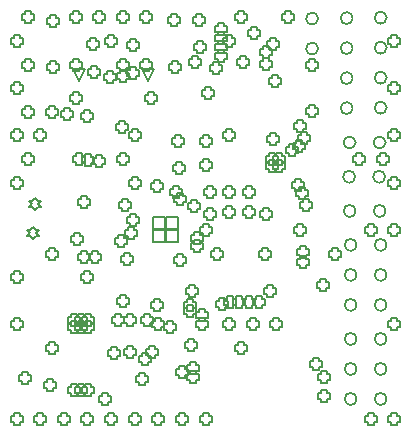
<source format=gbr>
%TF.GenerationSoftware,Altium Limited,Altium Designer,23.1.1 (15)*%
G04 Layer_Color=2752767*
%FSLAX45Y45*%
%MOMM*%
%TF.SameCoordinates,F9E8136A-E86D-4813-A5E9-63B8E08E304F*%
%TF.FilePolarity,Positive*%
%TF.FileFunction,Drawing*%
%TF.Part,Single*%
G01*
G75*
%TA.AperFunction,NonConductor*%
%ADD74C,0.12700*%
%ADD128C,0.16933*%
D74*
X9732000Y6659200D02*
X9681200Y6760800D01*
X9782800D01*
X9732000Y6659200D01*
X10310000D02*
X10259200Y6760800D01*
X10360800D01*
X10310000Y6659200D01*
X9342500Y5326700D02*
X9367900Y5352100D01*
X9393300D01*
X9367900Y5377500D01*
X9393300Y5402900D01*
X9367900D01*
X9342500Y5428300D01*
X9317100Y5402900D01*
X9291700D01*
X9317100Y5377500D01*
X9291700Y5352100D01*
X9317100D01*
X9342500Y5326700D01*
X9352500Y5569200D02*
X9377900Y5594600D01*
X9403300D01*
X9377900Y5620000D01*
X9403300Y5645400D01*
X9377900D01*
X9352500Y5670800D01*
X9327100Y5645400D01*
X9301700D01*
X9327100Y5620000D01*
X9301700Y5594600D01*
X9327100D01*
X9352500Y5569200D01*
X10639600Y4684600D02*
Y4659200D01*
X10690400D01*
Y4684600D01*
X10715800D01*
Y4735400D01*
X10690400D01*
Y4760800D01*
X10639600D01*
Y4735400D01*
X10614200D01*
Y4684600D01*
X10639600D01*
Y4742100D02*
Y4716700D01*
X10690400D01*
Y4742100D01*
X10715800D01*
Y4792900D01*
X10690400D01*
Y4818300D01*
X10639600D01*
Y4792900D01*
X10614200D01*
Y4742100D01*
X10639600D01*
X11367100Y6632100D02*
Y6606700D01*
X11417900D01*
Y6632100D01*
X11443300D01*
Y6682900D01*
X11417900D01*
Y6708300D01*
X11367100D01*
Y6682900D01*
X11341700D01*
Y6632100D01*
X11367100D01*
X10662100Y4857100D02*
Y4831700D01*
X10712900D01*
Y4857100D01*
X10738300D01*
Y4907900D01*
X10712900D01*
Y4933300D01*
X10662100D01*
Y4907900D01*
X10636700D01*
Y4857100D01*
X10662100D01*
X11229600Y4762100D02*
Y4736700D01*
X11280400D01*
Y4762100D01*
X11305800D01*
Y4812900D01*
X11280400D01*
Y4838300D01*
X11229600D01*
Y4812900D01*
X11204200D01*
Y4762100D01*
X11229600D01*
X11317100Y4854600D02*
Y4829200D01*
X11367900D01*
Y4854600D01*
X11393300D01*
Y4905400D01*
X11367900D01*
Y4930800D01*
X11317100D01*
Y4905400D01*
X11291700D01*
Y4854600D01*
X11317100D01*
X10360600Y5749600D02*
Y5724200D01*
X10411400D01*
Y5749600D01*
X10436800D01*
Y5800400D01*
X10411400D01*
Y5825800D01*
X10360600D01*
Y5800400D01*
X10335200D01*
Y5749600D01*
X10360600D01*
X9744600Y5612100D02*
Y5586700D01*
X9795400D01*
Y5612100D01*
X9820800D01*
Y5662900D01*
X9795400D01*
Y5688300D01*
X9744600D01*
Y5662900D01*
X9719200D01*
Y5612100D01*
X9744600D01*
X11144600Y4762100D02*
Y4736700D01*
X11195400D01*
Y4762100D01*
X11220800D01*
Y4812900D01*
X11195400D01*
Y4838300D01*
X11144600D01*
Y4812900D01*
X11119200D01*
Y4762100D01*
X11144600D01*
X10913317Y4747100D02*
Y4721700D01*
X10964117D01*
Y4747100D01*
X10989517D01*
Y4797900D01*
X10964117D01*
Y4823300D01*
X10913317D01*
Y4797900D01*
X10887917D01*
Y4747100D01*
X10913317D01*
X11054600Y4762100D02*
Y4736700D01*
X11105400D01*
Y4762100D01*
X11130800D01*
Y4812900D01*
X11105400D01*
Y4838300D01*
X11054600D01*
Y4812900D01*
X11029200D01*
Y4762100D01*
X11054600D01*
X10982100D02*
Y4736700D01*
X11032900D01*
Y4762100D01*
X11058300D01*
Y4812900D01*
X11032900D01*
Y4838300D01*
X10982100D01*
Y4812900D01*
X10956700D01*
Y4762100D01*
X10982100D01*
X10562512Y5117100D02*
Y5091700D01*
X10613312D01*
Y5117100D01*
X10638712D01*
Y5167900D01*
X10613312D01*
Y5193300D01*
X10562512D01*
Y5167900D01*
X10537112D01*
Y5117100D01*
X10562512D01*
X10477300Y4553200D02*
Y4527800D01*
X10528100D01*
Y4553200D01*
X10553500D01*
Y4604000D01*
X10528100D01*
Y4629400D01*
X10477300D01*
Y4604000D01*
X10451900D01*
Y4553200D01*
X10477300D01*
X11777100Y4129600D02*
Y4104200D01*
X11827900D01*
Y4129600D01*
X11853300D01*
Y4180400D01*
X11827900D01*
Y4205800D01*
X11777100D01*
Y4180400D01*
X11751700D01*
Y4129600D01*
X11777100D01*
X10134600Y4614600D02*
Y4589200D01*
X10185400D01*
Y4614600D01*
X10210800D01*
Y4665400D01*
X10185400D01*
Y4690800D01*
X10134600D01*
Y4665400D01*
X10109200D01*
Y4614600D01*
X10134600D01*
X10279600Y4612100D02*
Y4586700D01*
X10330400D01*
Y4612100D01*
X10355800D01*
Y4662900D01*
X10330400D01*
Y4688300D01*
X10279600D01*
Y4662900D01*
X10254200D01*
Y4612100D01*
X10279600D01*
X10029600Y4609600D02*
Y4584200D01*
X10080400D01*
Y4609600D01*
X10105800D01*
Y4660400D01*
X10080400D01*
Y4685800D01*
X10029600D01*
Y4660400D01*
X10004200D01*
Y4609600D01*
X10029600D01*
X10551400Y5894600D02*
Y5869200D01*
X10602200D01*
Y5894600D01*
X10627600D01*
Y5945400D01*
X10602200D01*
Y5970800D01*
X10551400D01*
Y5945400D01*
X10526000D01*
Y5894600D01*
X10551400D01*
X10782100Y5926600D02*
Y5901200D01*
X10832900D01*
Y5926600D01*
X10858300D01*
Y5977400D01*
X10832900D01*
Y6002800D01*
X10782100D01*
Y5977400D01*
X10756700D01*
Y5926600D01*
X10782100D01*
Y6124600D02*
Y6099200D01*
X10832900D01*
Y6124600D01*
X10858300D01*
Y6175400D01*
X10832900D01*
Y6200800D01*
X10782100D01*
Y6175400D01*
X10756700D01*
Y6124600D01*
X10782100D01*
X10687100Y6797100D02*
Y6771700D01*
X10737900D01*
Y6797100D01*
X10763300D01*
Y6847900D01*
X10737900D01*
Y6873300D01*
X10687100D01*
Y6847900D01*
X10661700D01*
Y6797100D01*
X10687100D01*
X10062100Y5277100D02*
Y5251700D01*
X10112900D01*
Y5277100D01*
X10138300D01*
Y5327900D01*
X10112900D01*
Y5353300D01*
X10062100D01*
Y5327900D01*
X10036700D01*
Y5277100D01*
X10062100D01*
X10092100Y5587100D02*
Y5561700D01*
X10142900D01*
Y5587100D01*
X10168300D01*
Y5637900D01*
X10142900D01*
Y5663300D01*
X10092100D01*
Y5637900D01*
X10066700D01*
Y5587100D01*
X10092100D01*
X12374607Y6974604D02*
Y6949204D01*
X12425407D01*
Y6974604D01*
X12450807D01*
Y7025404D01*
X12425407D01*
Y7050804D01*
X12374607D01*
Y7025404D01*
X12349207D01*
Y6974604D01*
X12374607D01*
Y6574604D02*
Y6549204D01*
X12425407D01*
Y6574604D01*
X12450807D01*
Y6625404D01*
X12425407D01*
Y6650804D01*
X12374607D01*
Y6625404D01*
X12349207D01*
Y6574604D01*
X12374607D01*
Y6174603D02*
Y6149203D01*
X12425407D01*
Y6174603D01*
X12450807D01*
Y6225403D01*
X12425407D01*
Y6250803D01*
X12374607D01*
Y6225403D01*
X12349207D01*
Y6174603D01*
X12374607D01*
Y5774603D02*
Y5749203D01*
X12425407D01*
Y5774603D01*
X12450807D01*
Y5825403D01*
X12425407D01*
Y5850803D01*
X12374607D01*
Y5825403D01*
X12349207D01*
Y5774603D01*
X12374607D01*
Y5374603D02*
Y5349203D01*
X12425407D01*
Y5374603D01*
X12450807D01*
Y5425403D01*
X12425407D01*
Y5450803D01*
X12374607D01*
Y5425403D01*
X12349207D01*
Y5374603D01*
X12374607D01*
Y4574602D02*
Y4549202D01*
X12425407D01*
Y4574602D01*
X12450807D01*
Y4625402D01*
X12425407D01*
Y4650802D01*
X12374607D01*
Y4625402D01*
X12349207D01*
Y4574602D01*
X12374607D01*
Y3774602D02*
Y3749202D01*
X12425407D01*
Y3774602D01*
X12450807D01*
Y3825402D01*
X12425407D01*
Y3850802D01*
X12374607D01*
Y3825402D01*
X12349207D01*
Y3774602D01*
X12374607D01*
X12274607Y5974603D02*
Y5949203D01*
X12325407D01*
Y5974603D01*
X12350807D01*
Y6025403D01*
X12325407D01*
Y6050803D01*
X12274607D01*
Y6025403D01*
X12249207D01*
Y5974603D01*
X12274607D01*
X12174607Y5374603D02*
Y5349203D01*
X12225407D01*
Y5374603D01*
X12250807D01*
Y5425403D01*
X12225407D01*
Y5450803D01*
X12174607D01*
Y5425403D01*
X12149207D01*
Y5374603D01*
X12174607D01*
Y3774602D02*
Y3749202D01*
X12225407D01*
Y3774602D01*
X12250807D01*
Y3825402D01*
X12225407D01*
Y3850802D01*
X12174607D01*
Y3825402D01*
X12149207D01*
Y3774602D01*
X12174607D01*
X12074607Y5974603D02*
Y5949203D01*
X12125407D01*
Y5974603D01*
X12150807D01*
Y6025403D01*
X12125407D01*
Y6050803D01*
X12074607D01*
Y6025403D01*
X12049207D01*
Y5974603D01*
X12074607D01*
X11874606Y5174603D02*
Y5149203D01*
X11925406D01*
Y5174603D01*
X11950806D01*
Y5225403D01*
X11925406D01*
Y5250803D01*
X11874606D01*
Y5225403D01*
X11849206D01*
Y5174603D01*
X11874606D01*
X11674606Y6774604D02*
Y6749204D01*
X11725406D01*
Y6774604D01*
X11750806D01*
Y6825404D01*
X11725406D01*
Y6850804D01*
X11674606D01*
Y6825404D01*
X11649206D01*
Y6774604D01*
X11674606D01*
X11574606Y5374603D02*
Y5349203D01*
X11625406D01*
Y5374603D01*
X11650806D01*
Y5425403D01*
X11625406D01*
Y5450803D01*
X11574606D01*
Y5425403D01*
X11549206D01*
Y5374603D01*
X11574606D01*
X11474606Y7174604D02*
Y7149204D01*
X11525406D01*
Y7174604D01*
X11550806D01*
Y7225404D01*
X11525406D01*
Y7250804D01*
X11474606D01*
Y7225404D01*
X11449206D01*
Y7174604D01*
X11474606D01*
X11374606Y4574602D02*
Y4549202D01*
X11425406D01*
Y4574602D01*
X11450806D01*
Y4625402D01*
X11425406D01*
Y4650802D01*
X11374606D01*
Y4625402D01*
X11349206D01*
Y4574602D01*
X11374606D01*
X11274606Y5174603D02*
Y5149203D01*
X11325406D01*
Y5174603D01*
X11350806D01*
Y5225403D01*
X11325406D01*
Y5250803D01*
X11274606D01*
Y5225403D01*
X11249206D01*
Y5174603D01*
X11274606D01*
X11174606Y4574602D02*
Y4549202D01*
X11225406D01*
Y4574602D01*
X11250806D01*
Y4625402D01*
X11225406D01*
Y4650802D01*
X11174606D01*
Y4625402D01*
X11149206D01*
Y4574602D01*
X11174606D01*
X11074606Y7174604D02*
Y7149204D01*
X11125406D01*
Y7174604D01*
X11150806D01*
Y7225404D01*
X11125406D01*
Y7250804D01*
X11074606D01*
Y7225404D01*
X11049206D01*
Y7174604D01*
X11074606D01*
X10974606Y6974604D02*
Y6949204D01*
X11025406D01*
Y6974604D01*
X11050806D01*
Y7025404D01*
X11025406D01*
Y7050804D01*
X10974606D01*
Y7025404D01*
X10949206D01*
Y6974604D01*
X10974606D01*
Y6174603D02*
Y6149203D01*
X11025406D01*
Y6174603D01*
X11050806D01*
Y6225403D01*
X11025406D01*
Y6250803D01*
X10974606D01*
Y6225403D01*
X10949206D01*
Y6174603D01*
X10974606D01*
Y4574602D02*
Y4549202D01*
X11025406D01*
Y4574602D01*
X11050806D01*
Y4625402D01*
X11025406D01*
Y4650802D01*
X10974606D01*
Y4625402D01*
X10949206D01*
Y4574602D01*
X10974606D01*
X11074606Y4374602D02*
Y4349202D01*
X11125406D01*
Y4374602D01*
X11150806D01*
Y4425402D01*
X11125406D01*
Y4450802D01*
X11074606D01*
Y4425402D01*
X11049206D01*
Y4374602D01*
X11074606D01*
X10774606Y5374603D02*
Y5349203D01*
X10825406D01*
Y5374603D01*
X10850806D01*
Y5425403D01*
X10825406D01*
Y5450803D01*
X10774606D01*
Y5425403D01*
X10749206D01*
Y5374603D01*
X10774606D01*
X10874606Y5174603D02*
Y5149203D01*
X10925406D01*
Y5174603D01*
X10950806D01*
Y5225403D01*
X10925406D01*
Y5250803D01*
X10874606D01*
Y5225403D01*
X10849206D01*
Y5174603D01*
X10874606D01*
X10774606Y3774602D02*
Y3749202D01*
X10825406D01*
Y3774602D01*
X10850806D01*
Y3825402D01*
X10825406D01*
Y3850802D01*
X10774606D01*
Y3825402D01*
X10749206D01*
Y3774602D01*
X10774606D01*
X10674606Y5574603D02*
Y5549203D01*
X10725406D01*
Y5574603D01*
X10750806D01*
Y5625403D01*
X10725406D01*
Y5650803D01*
X10674606D01*
Y5625403D01*
X10649206D01*
Y5574603D01*
X10674606D01*
X10574606Y4174602D02*
Y4149202D01*
X10625406D01*
Y4174602D01*
X10650806D01*
Y4225402D01*
X10625406D01*
Y4250802D01*
X10574606D01*
Y4225402D01*
X10549206D01*
Y4174602D01*
X10574606D01*
Y3774602D02*
Y3749202D01*
X10625406D01*
Y3774602D01*
X10650806D01*
Y3825402D01*
X10625406D01*
Y3850802D01*
X10574606D01*
Y3825402D01*
X10549206D01*
Y3774602D01*
X10574606D01*
X10374606Y4574602D02*
Y4549202D01*
X10425406D01*
Y4574602D01*
X10450806D01*
Y4625402D01*
X10425406D01*
Y4650802D01*
X10374606D01*
Y4625402D01*
X10349206D01*
Y4574602D01*
X10374606D01*
Y3774602D02*
Y3749202D01*
X10425406D01*
Y3774602D01*
X10450806D01*
Y3825402D01*
X10425406D01*
Y3850802D01*
X10374606D01*
Y3825402D01*
X10349206D01*
Y3774602D01*
X10374606D01*
X10274606Y7174604D02*
Y7149204D01*
X10325406D01*
Y7174604D01*
X10350806D01*
Y7225404D01*
X10325406D01*
Y7250804D01*
X10274606D01*
Y7225404D01*
X10249206D01*
Y7174604D01*
X10274606D01*
Y6774604D02*
Y6749204D01*
X10325406D01*
Y6774604D01*
X10350806D01*
Y6825404D01*
X10325406D01*
Y6850804D01*
X10274606D01*
Y6825404D01*
X10249206D01*
Y6774604D01*
X10274606D01*
X10174606Y6174603D02*
Y6149203D01*
X10225406D01*
Y6174603D01*
X10250806D01*
Y6225403D01*
X10225406D01*
Y6250803D01*
X10174606D01*
Y6225403D01*
X10149206D01*
Y6174603D01*
X10174606D01*
Y5774603D02*
Y5749203D01*
X10225406D01*
Y5774603D01*
X10250806D01*
Y5825403D01*
X10225406D01*
Y5850803D01*
X10174606D01*
Y5825403D01*
X10149206D01*
Y5774603D01*
X10174606D01*
Y3774602D02*
Y3749202D01*
X10225406D01*
Y3774602D01*
X10250806D01*
Y3825402D01*
X10225406D01*
Y3850802D01*
X10174606D01*
Y3825402D01*
X10149206D01*
Y3774602D01*
X10174606D01*
X10074605Y7174604D02*
Y7149204D01*
X10125405D01*
Y7174604D01*
X10150805D01*
Y7225404D01*
X10125405D01*
Y7250804D01*
X10074605D01*
Y7225404D01*
X10049205D01*
Y7174604D01*
X10074605D01*
X9974605Y6974604D02*
Y6949204D01*
X10025405D01*
Y6974604D01*
X10050805D01*
Y7025404D01*
X10025405D01*
Y7050804D01*
X9974605D01*
Y7025404D01*
X9949205D01*
Y6974604D01*
X9974605D01*
X10074605Y6774604D02*
Y6749204D01*
X10125405D01*
Y6774604D01*
X10150805D01*
Y6825404D01*
X10125405D01*
Y6850804D01*
X10074605D01*
Y6825404D01*
X10049205D01*
Y6774604D01*
X10074605D01*
Y5974603D02*
Y5949203D01*
X10125405D01*
Y5974603D01*
X10150805D01*
Y6025403D01*
X10125405D01*
Y6050803D01*
X10074605D01*
Y6025403D01*
X10049205D01*
Y5974603D01*
X10074605D01*
Y4774603D02*
Y4749203D01*
X10125405D01*
Y4774603D01*
X10150805D01*
Y4825403D01*
X10125405D01*
Y4850803D01*
X10074605D01*
Y4825403D01*
X10049205D01*
Y4774603D01*
X10074605D01*
X9974605Y3774602D02*
Y3749202D01*
X10025405D01*
Y3774602D01*
X10050805D01*
Y3825402D01*
X10025405D01*
Y3850802D01*
X9974605D01*
Y3825402D01*
X9949205D01*
Y3774602D01*
X9974605D01*
X9874605Y7174604D02*
Y7149204D01*
X9925405D01*
Y7174604D01*
X9950805D01*
Y7225404D01*
X9925405D01*
Y7250804D01*
X9874605D01*
Y7225404D01*
X9849205D01*
Y7174604D01*
X9874605D01*
X9774605Y4974603D02*
Y4949203D01*
X9825405D01*
Y4974603D01*
X9850805D01*
Y5025403D01*
X9825405D01*
Y5050803D01*
X9774605D01*
Y5025403D01*
X9749205D01*
Y4974603D01*
X9774605D01*
Y3774602D02*
Y3749202D01*
X9825405D01*
Y3774602D01*
X9850805D01*
Y3825402D01*
X9825405D01*
Y3850802D01*
X9774605D01*
Y3825402D01*
X9749205D01*
Y3774602D01*
X9774605D01*
X9674605Y7174604D02*
Y7149204D01*
X9725405D01*
Y7174604D01*
X9750805D01*
Y7225404D01*
X9725405D01*
Y7250804D01*
X9674605D01*
Y7225404D01*
X9649205D01*
Y7174604D01*
X9674605D01*
Y6774604D02*
Y6749204D01*
X9725405D01*
Y6774604D01*
X9750805D01*
Y6825404D01*
X9725405D01*
Y6850804D01*
X9674605D01*
Y6825404D01*
X9649205D01*
Y6774604D01*
X9674605D01*
X9574605Y3774602D02*
Y3749202D01*
X9625405D01*
Y3774602D01*
X9650805D01*
Y3825402D01*
X9625405D01*
Y3850802D01*
X9574605D01*
Y3825402D01*
X9549205D01*
Y3774602D01*
X9574605D01*
X9474605Y6374603D02*
Y6349203D01*
X9525405D01*
Y6374603D01*
X9550805D01*
Y6425403D01*
X9525405D01*
Y6450803D01*
X9474605D01*
Y6425403D01*
X9449205D01*
Y6374603D01*
X9474605D01*
X9374605Y6174603D02*
Y6149203D01*
X9425405D01*
Y6174603D01*
X9450805D01*
Y6225403D01*
X9425405D01*
Y6250803D01*
X9374605D01*
Y6225403D01*
X9349205D01*
Y6174603D01*
X9374605D01*
X9474605Y5174603D02*
Y5149203D01*
X9525405D01*
Y5174603D01*
X9550805D01*
Y5225403D01*
X9525405D01*
Y5250803D01*
X9474605D01*
Y5225403D01*
X9449205D01*
Y5174603D01*
X9474605D01*
Y4374602D02*
Y4349202D01*
X9525405D01*
Y4374602D01*
X9550805D01*
Y4425402D01*
X9525405D01*
Y4450802D01*
X9474605D01*
Y4425402D01*
X9449205D01*
Y4374602D01*
X9474605D01*
X9374605Y3774602D02*
Y3749202D01*
X9425405D01*
Y3774602D01*
X9450805D01*
Y3825402D01*
X9425405D01*
Y3850802D01*
X9374605D01*
Y3825402D01*
X9349205D01*
Y3774602D01*
X9374605D01*
X9274605Y7174604D02*
Y7149204D01*
X9325405D01*
Y7174604D01*
X9350805D01*
Y7225404D01*
X9325405D01*
Y7250804D01*
X9274605D01*
Y7225404D01*
X9249205D01*
Y7174604D01*
X9274605D01*
X9174605Y6974604D02*
Y6949204D01*
X9225405D01*
Y6974604D01*
X9250805D01*
Y7025404D01*
X9225405D01*
Y7050804D01*
X9174605D01*
Y7025404D01*
X9149205D01*
Y6974604D01*
X9174605D01*
X9274605Y6774604D02*
Y6749204D01*
X9325405D01*
Y6774604D01*
X9350805D01*
Y6825404D01*
X9325405D01*
Y6850804D01*
X9274605D01*
Y6825404D01*
X9249205D01*
Y6774604D01*
X9274605D01*
X9174605Y6574604D02*
Y6549204D01*
X9225405D01*
Y6574604D01*
X9250805D01*
Y6625404D01*
X9225405D01*
Y6650804D01*
X9174605D01*
Y6625404D01*
X9149205D01*
Y6574604D01*
X9174605D01*
X9274605Y6374603D02*
Y6349203D01*
X9325405D01*
Y6374603D01*
X9350805D01*
Y6425403D01*
X9325405D01*
Y6450803D01*
X9274605D01*
Y6425403D01*
X9249205D01*
Y6374603D01*
X9274605D01*
X9174605Y6174603D02*
Y6149203D01*
X9225405D01*
Y6174603D01*
X9250805D01*
Y6225403D01*
X9225405D01*
Y6250803D01*
X9174605D01*
Y6225403D01*
X9149205D01*
Y6174603D01*
X9174605D01*
X9274605Y5974603D02*
Y5949203D01*
X9325405D01*
Y5974603D01*
X9350805D01*
Y6025403D01*
X9325405D01*
Y6050803D01*
X9274605D01*
Y6025403D01*
X9249205D01*
Y5974603D01*
X9274605D01*
X9174605Y5774603D02*
Y5749203D01*
X9225405D01*
Y5774603D01*
X9250805D01*
Y5825403D01*
X9225405D01*
Y5850803D01*
X9174605D01*
Y5825403D01*
X9149205D01*
Y5774603D01*
X9174605D01*
Y4974603D02*
Y4949203D01*
X9225405D01*
Y4974603D01*
X9250805D01*
Y5025403D01*
X9225405D01*
Y5050803D01*
X9174605D01*
Y5025403D01*
X9149205D01*
Y4974603D01*
X9174605D01*
Y4574602D02*
Y4549202D01*
X9225405D01*
Y4574602D01*
X9250805D01*
Y4625402D01*
X9225405D01*
Y4650802D01*
X9174605D01*
Y4625402D01*
X9149205D01*
Y4574602D01*
X9174605D01*
Y3774602D02*
Y3749202D01*
X9225405D01*
Y3774602D01*
X9250805D01*
Y3825402D01*
X9225405D01*
Y3850802D01*
X9174605D01*
Y3825402D01*
X9149205D01*
Y3774602D01*
X9174605D01*
X10542100Y6127100D02*
Y6101700D01*
X10592900D01*
Y6127100D01*
X10618300D01*
Y6177900D01*
X10592900D01*
Y6203300D01*
X10542100D01*
Y6177900D01*
X10516700D01*
Y6127100D01*
X10542100D01*
X11624246Y5584450D02*
Y5559050D01*
X11675046D01*
Y5584450D01*
X11700446D01*
Y5635250D01*
X11675046D01*
Y5660650D01*
X11624246D01*
Y5635250D01*
X11598846D01*
Y5584450D01*
X11624246D01*
X10669600Y4129600D02*
Y4104200D01*
X10720400D01*
Y4129600D01*
X10745800D01*
Y4180400D01*
X10720400D01*
Y4205800D01*
X10669600D01*
Y4180400D01*
X10644200D01*
Y4129600D01*
X10669600D01*
Y4207100D02*
Y4181700D01*
X10720400D01*
Y4207100D01*
X10745800D01*
Y4257900D01*
X10720400D01*
Y4283300D01*
X10669600D01*
Y4257900D01*
X10644200D01*
Y4207100D01*
X10669600D01*
X10812100Y5507100D02*
Y5481700D01*
X10862900D01*
Y5507100D01*
X10888300D01*
Y5557900D01*
X10862900D01*
Y5583300D01*
X10812100D01*
Y5557900D01*
X10786700D01*
Y5507100D01*
X10812100D01*
X10977100Y5529600D02*
Y5504200D01*
X11027900D01*
Y5529600D01*
X11053300D01*
Y5580400D01*
X11027900D01*
Y5605800D01*
X10977100D01*
Y5580400D01*
X10951700D01*
Y5529600D01*
X10977100D01*
X11144600D02*
Y5504200D01*
X11195400D01*
Y5529600D01*
X11220800D01*
Y5580400D01*
X11195400D01*
Y5605800D01*
X11144600D01*
Y5580400D01*
X11119200D01*
Y5529600D01*
X11144600D01*
Y5694600D02*
Y5669200D01*
X11195400D01*
Y5694600D01*
X11220800D01*
Y5745400D01*
X11195400D01*
Y5770800D01*
X11144600D01*
Y5745400D01*
X11119200D01*
Y5694600D01*
X11144600D01*
X10977100D02*
Y5669200D01*
X11027900D01*
Y5694600D01*
X11053300D01*
Y5745400D01*
X11027900D01*
Y5770800D01*
X10977100D01*
Y5745400D01*
X10951700D01*
Y5694600D01*
X10977100D01*
X10809600Y5692100D02*
Y5666700D01*
X10860400D01*
Y5692100D01*
X10885800D01*
Y5742900D01*
X10860400D01*
Y5768300D01*
X10809600D01*
Y5742900D01*
X10784200D01*
Y5692100D01*
X10809600D01*
X11677100Y6377100D02*
Y6351700D01*
X11727900D01*
Y6377100D01*
X11753300D01*
Y6427900D01*
X11727900D01*
Y6453300D01*
X11677100D01*
Y6427900D01*
X11651700D01*
Y6377100D01*
X11677100D01*
X11772950Y4910651D02*
Y4885251D01*
X11823750D01*
Y4910651D01*
X11849150D01*
Y4961451D01*
X11823750D01*
Y4986851D01*
X11772950D01*
Y4961451D01*
X11747550D01*
Y4910651D01*
X11772950D01*
X10744600Y4579600D02*
Y4554200D01*
X10795400D01*
Y4579600D01*
X10820800D01*
Y4630400D01*
X10795400D01*
Y4655800D01*
X10744600D01*
Y4630400D01*
X10719200D01*
Y4579600D01*
X10744600D01*
X9684600Y5294600D02*
Y5269200D01*
X9735400D01*
Y5294600D01*
X9760800D01*
Y5345400D01*
X9735400D01*
Y5370800D01*
X9684600D01*
Y5345400D01*
X9659200D01*
Y5294600D01*
X9684600D01*
X10064600Y6244600D02*
Y6219200D01*
X10115400D01*
Y6244600D01*
X10140800D01*
Y6295400D01*
X10115400D01*
Y6320800D01*
X10064600D01*
Y6295400D01*
X10039200D01*
Y6244600D01*
X10064600D01*
X9969776Y6672019D02*
Y6646619D01*
X10020576D01*
Y6672019D01*
X10045976D01*
Y6722819D01*
X10020576D01*
Y6748219D01*
X9969776D01*
Y6722819D01*
X9944376D01*
Y6672019D01*
X9969776D01*
X10159600Y6939600D02*
Y6914200D01*
X10210400D01*
Y6939600D01*
X10235800D01*
Y6990400D01*
X10210400D01*
Y7015800D01*
X10159600D01*
Y6990400D01*
X10134200D01*
Y6939600D01*
X10159600D01*
X10071790Y6674100D02*
Y6648700D01*
X10122590D01*
Y6674100D01*
X10147990D01*
Y6724900D01*
X10122590D01*
Y6750300D01*
X10071790D01*
Y6724900D01*
X10046390D01*
Y6674100D01*
X10071790D01*
X10157100Y6707100D02*
Y6681700D01*
X10207900D01*
Y6707100D01*
X10233300D01*
Y6757900D01*
X10207900D01*
Y6783300D01*
X10157100D01*
Y6757900D01*
X10131700D01*
Y6707100D01*
X10157100D01*
X9827100Y6712100D02*
Y6686700D01*
X9877900D01*
Y6712100D01*
X9903300D01*
Y6762900D01*
X9877900D01*
Y6788300D01*
X9827100D01*
Y6762900D01*
X9801700D01*
Y6712100D01*
X9827100D01*
X9874600Y5959600D02*
Y5934200D01*
X9925400D01*
Y5959600D01*
X9950800D01*
Y6010400D01*
X9925400D01*
Y6035800D01*
X9874600D01*
Y6010400D01*
X9849200D01*
Y5959600D01*
X9874600D01*
X11775100Y3967100D02*
Y3941700D01*
X11825900D01*
Y3967100D01*
X11851300D01*
Y4017900D01*
X11825900D01*
Y4043300D01*
X11775100D01*
Y4017900D01*
X11749700D01*
Y3967100D01*
X11775100D01*
X11569600Y6087100D02*
Y6061700D01*
X11620400D01*
Y6087100D01*
X11645800D01*
Y6137900D01*
X11620400D01*
Y6163300D01*
X11569600D01*
Y6137900D01*
X11544200D01*
Y6087100D01*
X11569600D01*
X10161524Y5460508D02*
Y5435108D01*
X10212324D01*
Y5460508D01*
X10237724D01*
Y5511308D01*
X10212324D01*
Y5536708D01*
X10161524D01*
Y5511308D01*
X10136124D01*
Y5460508D01*
X10161524D01*
X10147395Y5345508D02*
Y5320108D01*
X10198195D01*
Y5345508D01*
X10223595D01*
Y5396308D01*
X10198195D01*
Y5421708D01*
X10147395D01*
Y5396308D01*
X10121995D01*
Y5345508D01*
X10147395D01*
X9663518Y4021310D02*
Y3995910D01*
X9714318D01*
Y4021310D01*
X9739718D01*
Y4072110D01*
X9714318D01*
Y4097510D01*
X9663518D01*
Y4072110D01*
X9638118D01*
Y4021310D01*
X9663518D01*
X9723518D02*
Y3995910D01*
X9774318D01*
Y4021310D01*
X9799718D01*
Y4072110D01*
X9774318D01*
Y4097510D01*
X9723518D01*
Y4072110D01*
X9698118D01*
Y4021310D01*
X9723518D01*
X9783517D02*
Y3995910D01*
X9834317D01*
Y4021310D01*
X9859717D01*
Y4072110D01*
X9834317D01*
Y4097510D01*
X9783517D01*
Y4072110D01*
X9758117D01*
Y4021310D01*
X9783517D01*
X9781827Y4611287D02*
Y4585887D01*
X9832627D01*
Y4611287D01*
X9858027D01*
Y4662087D01*
X9832627D01*
Y4687487D01*
X9781827D01*
Y4662087D01*
X9756427D01*
Y4611287D01*
X9781827D01*
X9721827D02*
Y4585887D01*
X9772627D01*
Y4611287D01*
X9798027D01*
Y4662087D01*
X9772627D01*
Y4687487D01*
X9721827D01*
Y4662087D01*
X9696427D01*
Y4611287D01*
X9721827D01*
X9661828D02*
Y4585887D01*
X9712628D01*
Y4611287D01*
X9738028D01*
Y4662087D01*
X9712628D01*
Y4687487D01*
X9661828D01*
Y4662087D01*
X9636428D01*
Y4611287D01*
X9661828D01*
X9781827Y4551287D02*
Y4525887D01*
X9832627D01*
Y4551287D01*
X9858027D01*
Y4602087D01*
X9832627D01*
Y4627487D01*
X9781827D01*
Y4602087D01*
X9756427D01*
Y4551287D01*
X9781827D01*
X9721827D02*
Y4525887D01*
X9772627D01*
Y4551287D01*
X9798027D01*
Y4602087D01*
X9772627D01*
Y4627487D01*
X9721827D01*
Y4602087D01*
X9696427D01*
Y4551287D01*
X9721827D01*
X9661828D02*
Y4525887D01*
X9712628D01*
Y4551287D01*
X9738028D01*
Y4602087D01*
X9712628D01*
Y4627487D01*
X9661828D01*
Y4602087D01*
X9636428D01*
Y4551287D01*
X9661828D01*
X11289246Y5511950D02*
Y5486550D01*
X11340046D01*
Y5511950D01*
X11365446D01*
Y5562750D01*
X11340046D01*
Y5588150D01*
X11289246D01*
Y5562750D01*
X11263846D01*
Y5511950D01*
X11289246D01*
X10744600Y4657100D02*
Y4631700D01*
X10795400D01*
Y4657100D01*
X10820800D01*
Y4707900D01*
X10795400D01*
Y4733300D01*
X10744600D01*
Y4707900D01*
X10719200D01*
Y4657100D01*
X10744600D01*
X10562100Y5639600D02*
Y5614200D01*
X10612900D01*
Y5639600D01*
X10638300D01*
Y5690400D01*
X10612900D01*
Y5715800D01*
X10562100D01*
Y5690400D01*
X10536700D01*
Y5639600D01*
X10562100D01*
X10523100Y5694600D02*
Y5669200D01*
X10573900D01*
Y5694600D01*
X10599300D01*
Y5745400D01*
X10573900D01*
Y5770800D01*
X10523100D01*
Y5745400D01*
X10497700D01*
Y5694600D01*
X10523100D01*
X10859600Y6744600D02*
Y6719200D01*
X10910400D01*
Y6744600D01*
X10935800D01*
Y6795400D01*
X10910400D01*
Y6820800D01*
X10859600D01*
Y6795400D01*
X10834200D01*
Y6744600D01*
X10859600D01*
X10904600Y7079600D02*
Y7054200D01*
X10955400D01*
Y7079600D01*
X10980800D01*
Y7130400D01*
X10955400D01*
Y7155800D01*
X10904600D01*
Y7130400D01*
X10879200D01*
Y7079600D01*
X10904600D01*
X10509600Y7149600D02*
Y7124200D01*
X10560400D01*
Y7149600D01*
X10585800D01*
Y7200400D01*
X10560400D01*
Y7225800D01*
X10509600D01*
Y7200400D01*
X10484200D01*
Y7149600D01*
X10509600D01*
X10512100Y6752100D02*
Y6726700D01*
X10562900D01*
Y6752100D01*
X10588300D01*
Y6802900D01*
X10562900D01*
Y6828300D01*
X10512100D01*
Y6802900D01*
X10486700D01*
Y6752100D01*
X10512100D01*
X10317100Y6494600D02*
Y6469200D01*
X10367900D01*
Y6494600D01*
X10393300D01*
Y6545400D01*
X10367900D01*
Y6570800D01*
X10317100D01*
Y6545400D01*
X10291700D01*
Y6494600D01*
X10317100D01*
X9677100Y6489600D02*
Y6464200D01*
X9727900D01*
Y6489600D01*
X9753300D01*
Y6540400D01*
X9727900D01*
Y6565800D01*
X9677100D01*
Y6540400D01*
X9651700D01*
Y6489600D01*
X9677100D01*
X9482100Y7144600D02*
Y7119200D01*
X9532900D01*
Y7144600D01*
X9558300D01*
Y7195400D01*
X9532900D01*
Y7220800D01*
X9482100D01*
Y7195400D01*
X9456700D01*
Y7144600D01*
X9482100D01*
Y6754600D02*
Y6729200D01*
X9532900D01*
Y6754600D01*
X9558300D01*
Y6805400D01*
X9532900D01*
Y6830800D01*
X9482100D01*
Y6805400D01*
X9456700D01*
Y6754600D01*
X9482100D01*
X11284600Y6779600D02*
Y6754200D01*
X11335400D01*
Y6779600D01*
X11360800D01*
Y6830400D01*
X11335400D01*
Y6855800D01*
X11284600D01*
Y6830400D01*
X11259200D01*
Y6779600D01*
X11284600D01*
X10799600Y6534600D02*
Y6509200D01*
X10850400D01*
Y6534600D01*
X10875800D01*
Y6585400D01*
X10850400D01*
Y6610800D01*
X10799600D01*
Y6585400D01*
X10774200D01*
Y6534600D01*
X10799600D01*
X9768538Y6341979D02*
Y6316579D01*
X9819338D01*
Y6341979D01*
X9844738D01*
Y6392779D01*
X9819338D01*
Y6418179D01*
X9768538D01*
Y6392779D01*
X9743138D01*
Y6341979D01*
X9768538D01*
X9598538Y6356979D02*
Y6331579D01*
X9649338D01*
Y6356979D01*
X9674738D01*
Y6407779D01*
X9649338D01*
Y6433179D01*
X9598538D01*
Y6407779D01*
X9573138D01*
Y6356979D01*
X9598538D01*
X9783538Y5969479D02*
Y5944079D01*
X9834338D01*
Y5969479D01*
X9859738D01*
Y6020279D01*
X9834338D01*
Y6045679D01*
X9783538D01*
Y6020279D01*
X9758138D01*
Y5969479D01*
X9783538D01*
X9701038Y5971979D02*
Y5946579D01*
X9751838D01*
Y5971979D01*
X9777238D01*
Y6022779D01*
X9751838D01*
Y6048179D01*
X9701038D01*
Y6022779D01*
X9675638D01*
Y5971979D01*
X9701038D01*
X9459600Y4062100D02*
Y4036700D01*
X9510400D01*
Y4062100D01*
X9535800D01*
Y4112900D01*
X9510400D01*
Y4138300D01*
X9459600D01*
Y4112900D01*
X9434200D01*
Y4062100D01*
X9459600D01*
X11706442Y4242759D02*
Y4217359D01*
X11757242D01*
Y4242759D01*
X11782642D01*
Y4293559D01*
X11757242D01*
Y4318959D01*
X11706442D01*
Y4293559D01*
X11681042D01*
Y4242759D01*
X11706442D01*
X9242100Y4119600D02*
Y4094200D01*
X9292900D01*
Y4119600D01*
X9318300D01*
Y4170400D01*
X9292900D01*
Y4195800D01*
X9242100D01*
Y4170400D01*
X9216700D01*
Y4119600D01*
X9242100D01*
X10654600Y4399600D02*
Y4374200D01*
X10705400D01*
Y4399600D01*
X10730800D01*
Y4450400D01*
X10705400D01*
Y4475800D01*
X10654600D01*
Y4450400D01*
X10629200D01*
Y4399600D01*
X10654600D01*
X10364600Y4742100D02*
Y4716700D01*
X10415400D01*
Y4742100D01*
X10440800D01*
Y4792900D01*
X10415400D01*
Y4818300D01*
X10364600D01*
Y4792900D01*
X10339200D01*
Y4742100D01*
X10364600D01*
X9927100Y3942100D02*
Y3916700D01*
X9977900D01*
Y3942100D01*
X10003300D01*
Y3992900D01*
X9977900D01*
Y4018300D01*
X9927100D01*
Y3992900D01*
X9901700D01*
Y3942100D01*
X9927100D01*
X10234600Y4112100D02*
Y4086700D01*
X10285400D01*
Y4112100D01*
X10310800D01*
Y4162900D01*
X10285400D01*
Y4188300D01*
X10234600D01*
Y4162900D01*
X10209200D01*
Y4112100D01*
X10234600D01*
X10264600Y4282100D02*
Y4256700D01*
X10315400D01*
Y4282100D01*
X10340800D01*
Y4332900D01*
X10315400D01*
Y4358300D01*
X10264600D01*
Y4332900D01*
X10239200D01*
Y4282100D01*
X10264600D01*
X11394600Y5913204D02*
Y5887804D01*
X11445400D01*
Y5913204D01*
X11470800D01*
Y5964004D01*
X11445400D01*
Y5989404D01*
X11394600D01*
Y5964004D01*
X11369200D01*
Y5913204D01*
X11394600D01*
Y5974600D02*
Y5949200D01*
X11445400D01*
Y5974600D01*
X11470800D01*
Y6025400D01*
X11445400D01*
Y6050800D01*
X11394600D01*
Y6025400D01*
X11369200D01*
Y5974600D01*
X11394600D01*
X11334504D02*
Y5949200D01*
X11385304D01*
Y5974600D01*
X11410704D01*
Y6025400D01*
X11385304D01*
Y6050800D01*
X11334504D01*
Y6025400D01*
X11309104D01*
Y5974600D01*
X11334504D01*
Y5913204D02*
Y5887804D01*
X11385304D01*
Y5913204D01*
X11410704D01*
Y5964004D01*
X11385304D01*
Y5989404D01*
X11334504D01*
Y5964004D01*
X11309104D01*
Y5913204D01*
X11334504D01*
X9839600Y5144600D02*
Y5119200D01*
X9890400D01*
Y5144600D01*
X9915800D01*
Y5195400D01*
X9890400D01*
Y5220800D01*
X9839600D01*
Y5195400D01*
X9814200D01*
Y5144600D01*
X9839600D01*
X9742100D02*
Y5119200D01*
X9792900D01*
Y5144600D01*
X9818300D01*
Y5195400D01*
X9792900D01*
Y5220800D01*
X9742100D01*
Y5195400D01*
X9716700D01*
Y5144600D01*
X9742100D01*
X9997100Y4334600D02*
Y4309200D01*
X10047900D01*
Y4334600D01*
X10073300D01*
Y4385400D01*
X10047900D01*
Y4410800D01*
X9997100D01*
Y4385400D01*
X9971700D01*
Y4334600D01*
X9997100D01*
X10132100Y4337100D02*
Y4311700D01*
X10182900D01*
Y4337100D01*
X10208300D01*
Y4387900D01*
X10182900D01*
Y4413300D01*
X10132100D01*
Y4387900D01*
X10106700D01*
Y4337100D01*
X10132100D01*
X10319600Y4344600D02*
Y4319200D01*
X10370400D01*
Y4344600D01*
X10395800D01*
Y4395400D01*
X10370400D01*
Y4420800D01*
X10319600D01*
Y4395400D01*
X10294200D01*
Y4344600D01*
X10319600D01*
X11554600Y5754600D02*
Y5729200D01*
X11605400D01*
Y5754600D01*
X11630800D01*
Y5805400D01*
X11605400D01*
Y5830800D01*
X11554600D01*
Y5805400D01*
X11529200D01*
Y5754600D01*
X11554600D01*
X10704600Y5304600D02*
Y5279200D01*
X10755400D01*
Y5304600D01*
X10780800D01*
Y5355400D01*
X10755400D01*
Y5380800D01*
X10704600D01*
Y5355400D01*
X10679200D01*
Y5304600D01*
X10704600D01*
X10703003Y5234218D02*
Y5208818D01*
X10753803D01*
Y5234218D01*
X10779203D01*
Y5285018D01*
X10753803D01*
Y5310418D01*
X10703003D01*
Y5285018D01*
X10677603D01*
Y5234218D01*
X10703003D01*
X10109600Y5132100D02*
Y5106700D01*
X10160400D01*
Y5132100D01*
X10185800D01*
Y5182900D01*
X10160400D01*
Y5208300D01*
X10109600D01*
Y5182900D01*
X10084200D01*
Y5132100D01*
X10109600D01*
X10354200Y5294200D02*
Y5395800D01*
X10455800D01*
Y5294200D01*
X10354200D01*
Y5404200D02*
Y5505800D01*
X10455800D01*
Y5404200D01*
X10354200D01*
X10464200D02*
Y5505800D01*
X10565800D01*
Y5404200D01*
X10464200D01*
Y5294200D02*
Y5395800D01*
X10565800D01*
Y5294200D01*
X10464200D01*
X11094600Y6797100D02*
Y6771700D01*
X11145400D01*
Y6797100D01*
X11170800D01*
Y6847900D01*
X11145400D01*
Y6873300D01*
X11094600D01*
Y6847900D01*
X11069200D01*
Y6797100D01*
X11094600D01*
X10907100Y6922100D02*
Y6896700D01*
X10957900D01*
Y6922100D01*
X10983300D01*
Y6972900D01*
X10957900D01*
Y6998300D01*
X10907100D01*
Y6972900D01*
X10881700D01*
Y6922100D01*
X10907100D01*
X10729600Y6924600D02*
Y6899200D01*
X10780400D01*
Y6924600D01*
X10805800D01*
Y6975400D01*
X10780400D01*
Y7000800D01*
X10729600D01*
Y6975400D01*
X10704200D01*
Y6924600D01*
X10729600D01*
X10722100Y7154600D02*
Y7129200D01*
X10772900D01*
Y7154600D01*
X10798300D01*
Y7205400D01*
X10772900D01*
Y7230800D01*
X10722100D01*
Y7205400D01*
X10696700D01*
Y7154600D01*
X10722100D01*
X10907100Y7002100D02*
Y6976700D01*
X10957900D01*
Y7002100D01*
X10983300D01*
Y7052900D01*
X10957900D01*
Y7078300D01*
X10907100D01*
Y7052900D01*
X10881700D01*
Y7002100D01*
X10907100D01*
X11287100Y6879600D02*
Y6854200D01*
X11337900D01*
Y6879600D01*
X11363300D01*
Y6930400D01*
X11337900D01*
Y6955800D01*
X11287100D01*
Y6930400D01*
X11261700D01*
Y6879600D01*
X11287100D01*
X11344600Y6947100D02*
Y6921700D01*
X11395400D01*
Y6947100D01*
X11420800D01*
Y6997900D01*
X11395400D01*
Y7023300D01*
X11344600D01*
Y6997900D01*
X11319200D01*
Y6947100D01*
X11344600D01*
X10907100Y6844600D02*
Y6819200D01*
X10957900D01*
Y6844600D01*
X10983300D01*
Y6895400D01*
X10957900D01*
Y6920800D01*
X10907100D01*
Y6895400D01*
X10881700D01*
Y6844600D01*
X10907100D01*
X11184600Y7039600D02*
Y7014200D01*
X11235400D01*
Y7039600D01*
X11260800D01*
Y7090400D01*
X11235400D01*
Y7115800D01*
X11184600D01*
Y7090400D01*
X11159200D01*
Y7039600D01*
X11184600D01*
X11574234Y6256511D02*
Y6231111D01*
X11625034D01*
Y6256511D01*
X11650434D01*
Y6307311D01*
X11625034D01*
Y6332711D01*
X11574234D01*
Y6307311D01*
X11548834D01*
Y6256511D01*
X11574234D01*
X11595850Y5103350D02*
Y5077950D01*
X11646650D01*
Y5103350D01*
X11672050D01*
Y5154150D01*
X11646650D01*
Y5179550D01*
X11595850D01*
Y5154150D01*
X11570450D01*
Y5103350D01*
X11595850D01*
X11595850Y5185850D02*
Y5160450D01*
X11646650D01*
Y5185850D01*
X11672050D01*
Y5236650D01*
X11646650D01*
Y5262050D01*
X11595850D01*
Y5236650D01*
X11570450D01*
Y5185850D01*
X11595850D01*
X11594600Y5684600D02*
Y5659200D01*
X11645400D01*
Y5684600D01*
X11670800D01*
Y5735400D01*
X11645400D01*
Y5760800D01*
X11594600D01*
Y5735400D01*
X11569200D01*
Y5684600D01*
X11594600D01*
X11504600Y6054600D02*
Y6029200D01*
X11555400D01*
Y6054600D01*
X11580800D01*
Y6105400D01*
X11555400D01*
Y6130800D01*
X11504600D01*
Y6105400D01*
X11479200D01*
Y6054600D01*
X11504600D01*
X11341734Y6146511D02*
Y6121111D01*
X11392534D01*
Y6146511D01*
X11417934D01*
Y6197311D01*
X11392534D01*
Y6222711D01*
X11341734D01*
Y6197311D01*
X11316334D01*
Y6146511D01*
X11341734D01*
X11604600Y6154600D02*
Y6129200D01*
X11655400D01*
Y6154600D01*
X11680800D01*
Y6205400D01*
X11655400D01*
Y6230800D01*
X11604600D01*
Y6205400D01*
X11579200D01*
Y6154600D01*
X11604600D01*
X9824600Y6944600D02*
Y6919200D01*
X9875400D01*
Y6944600D01*
X9900800D01*
Y6995400D01*
X9875400D01*
Y7020800D01*
X9824600D01*
Y6995400D01*
X9799200D01*
Y6944600D01*
X9824600D01*
D128*
X11753300Y7189000D02*
G03*
X11753300Y7189000I-50800J0D01*
G01*
Y6935000D02*
G03*
X11753300Y6935000I-50800J0D01*
G01*
X12045800Y6431000D02*
G03*
X12045800Y6431000I-50800J0D01*
G01*
Y6685000D02*
G03*
X12045800Y6685000I-50800J0D01*
G01*
Y6939000D02*
G03*
X12045800Y6939000I-50800J0D01*
G01*
Y7193000D02*
G03*
X12045800Y7193000I-50800J0D01*
G01*
X12333300Y4765000D02*
G03*
X12333300Y4765000I-50800J0D01*
G01*
X12079300D02*
G03*
X12079300Y4765000I-50800J0D01*
G01*
X12333300Y5019000D02*
G03*
X12333300Y5019000I-50800J0D01*
G01*
X12079300D02*
G03*
X12079300Y5019000I-50800J0D01*
G01*
X12333300Y5273000D02*
G03*
X12333300Y5273000I-50800J0D01*
G01*
X12079300D02*
G03*
X12079300Y5273000I-50800J0D01*
G01*
X12066800Y5850000D02*
G03*
X12066800Y5850000I-50800J0D01*
G01*
X12320800D02*
G03*
X12320800Y5850000I-50800J0D01*
G01*
X12070800Y6140000D02*
G03*
X12070800Y6140000I-50800J0D01*
G01*
X12324800D02*
G03*
X12324800Y6140000I-50800J0D01*
G01*
X12070800Y5560000D02*
G03*
X12070800Y5560000I-50800J0D01*
G01*
X12324800D02*
G03*
X12324800Y5560000I-50800J0D01*
G01*
X12333300Y7196500D02*
G03*
X12333300Y7196500I-50800J0D01*
G01*
Y6942500D02*
G03*
X12333300Y6942500I-50800J0D01*
G01*
Y6688500D02*
G03*
X12333300Y6688500I-50800J0D01*
G01*
Y6434500D02*
G03*
X12333300Y6434500I-50800J0D01*
G01*
Y3968500D02*
G03*
X12333300Y3968500I-50800J0D01*
G01*
X12079300D02*
G03*
X12079300Y3968500I-50800J0D01*
G01*
X12333300Y4222500D02*
G03*
X12333300Y4222500I-50800J0D01*
G01*
X12079300D02*
G03*
X12079300Y4222500I-50800J0D01*
G01*
X12333300Y4476500D02*
G03*
X12333300Y4476500I-50800J0D01*
G01*
X12079300D02*
G03*
X12079300Y4476500I-50800J0D01*
G01*
%TF.MD5,36d3e28f70041a72d8c97478c9e987a2*%
M02*

</source>
